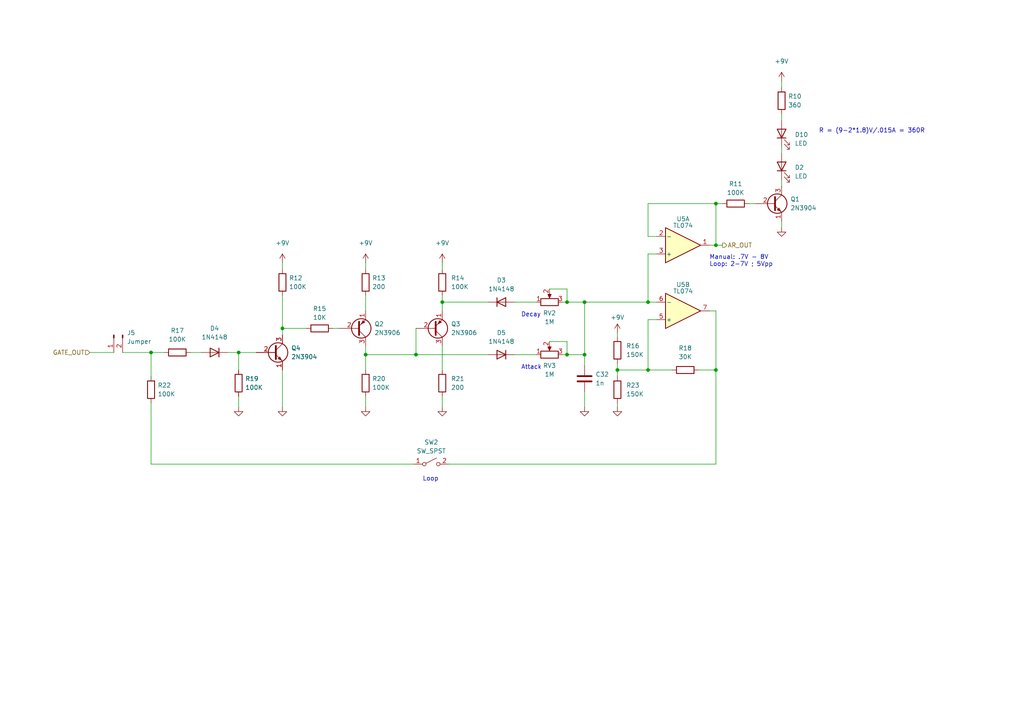
<source format=kicad_sch>
(kicad_sch (version 20211123) (generator eeschema)
  (paper "A4")
  (title_block (title "LivSynth - EG") (date "2022-07-18") (rev "${Version}") (company "SloBlo Labs"))
  (lib_symbols
    (symbol "Amplifier_Operational:TL074" (pin_names (offset 0.127))
      (property "Reference" "U" (at 0 5.08 0))
      (property "Value" "TL074" (at 0 -5.08 0))
      (symbol "TL074_1_1"
        (polyline (pts (xy -5.08 5.08) (xy 5.08 0) (xy -5.08 -5.08) (xy -5.08 5.08)) (stroke (width 0.254)) (fill (type background)))
        (pin output line (at 7.62 0 180) (length 2.54) (name "~") (number "1"))
        (pin input line (at -7.62 -2.54 0) (length 2.54) (name "-") (number "2"))
        (pin input line (at -7.62 2.54 0) (length 2.54) (name "+") (number "3"))
      )
      (symbol "TL074_2_1"
        (polyline (pts (xy -5.08 5.08) (xy 5.08 0) (xy -5.08 -5.08) (xy -5.08 5.08)) (stroke (width 0.254)) (fill (type background)))
        (pin input line (at -7.62 2.54 0) (length 2.54) (name "+") (number "5"))
        (pin input line (at -7.62 -2.54 0) (length 2.54) (name "-") (number "6"))
        (pin output line (at 7.62 0 180) (length 2.54) (name "~") (number "7"))
      )
      (symbol "TL074_3_1"
        (polyline (pts (xy -5.08 5.08) (xy 5.08 0) (xy -5.08 -5.08) (xy -5.08 5.08)) (stroke (width 0.254)) (fill (type background)))
        (pin input line (at -7.62 2.54 0) (length 2.54) (name "+") (number "10"))
        (pin output line (at 7.62 0 180) (length 2.54) (name "~") (number "8"))
        (pin input line (at -7.62 -2.54 0) (length 2.54) (name "-") (number "9"))
      )
      (symbol "TL074_4_1"
        (polyline (pts (xy -5.08 5.08) (xy 5.08 0) (xy -5.08 -5.08) (xy -5.08 5.08)) (stroke (width 0.254)) (fill (type background)))
        (pin input line (at -7.62 2.54 0) (length 2.54) (name "+") (number "12"))
        (pin input line (at -7.62 -2.54 0) (length 2.54) (name "-") (number "13"))
        (pin output line (at 7.62 0 180) (length 2.54) (name "~") (number "14"))
      )
      (symbol "TL074_5_1"
        (pin power_in line (at -2.54 -7.62 90) (length 3.81) (name "V-") (number "11"))
        (pin power_in line (at -2.54 7.62 270) (length 3.81) (name "V+") (number "4"))
      )
    )
    (symbol "Connector:Conn_01x02_Male" (pin_names (offset 1.016) hide)
      (property "Reference" "J" (at 0 2.54 0))
      (property "Value" "Conn_01x02_Male" (at 0 -5.08 0))
      (symbol "Conn_01x02_Male_1_1"
        (polyline (pts (xy 1.27 -2.54) (xy 0.8636 -2.54)) (stroke (width 0.1524)))
        (polyline (pts (xy 1.27 0) (xy 0.8636 0)) (stroke (width 0.1524)))
        (rectangle (start 0.8636 -2.413) (end 0 -2.667) (stroke (width 0.1524)) (fill (type outline)))
        (rectangle (start 0.8636 0.127) (end 0 -0.127) (stroke (width 0.1524)) (fill (type outline)))
        (pin passive line (at 5.08 0 180) (length 3.81) (name "Pin_1") (number "1"))
        (pin passive line (at 5.08 -2.54 180) (length 3.81) (name "Pin_2") (number "2"))
      )
    )
    (symbol "Device:C" (pin_numbers hide) (pin_names (offset 0.254))
      (property "Reference" "C" (at 0.635 2.54 0))
      (property "Value" "C" (at 0.635 -2.54 0))
      (symbol "C_0_1"
        (polyline (pts (xy -2.032 -0.762) (xy 2.032 -0.762)) (stroke (width 0.508)))
        (polyline (pts (xy -2.032 0.762) (xy 2.032 0.762)) (stroke (width 0.508)))
      )
      (symbol "C_1_1"
        (pin passive line (at 0 3.81 270) (length 2.794) (name "~") (number "1"))
        (pin passive line (at 0 -3.81 90) (length 2.794) (name "~") (number "2"))
      )
    )
    (symbol "Device:D" (pin_numbers hide) (pin_names (offset 1.016) hide)
      (property "Reference" "D" (at 0 2.54 0))
      (property "Value" "D" (at 0 -2.54 0))
      (symbol "D_0_1"
        (polyline (pts (xy -1.27 1.27) (xy -1.27 -1.27)) (stroke (width 0.254)))
        (polyline (pts (xy 1.27 0) (xy -1.27 0)))
        (polyline (pts (xy 1.27 1.27) (xy 1.27 -1.27) (xy -1.27 0) (xy 1.27 1.27)) (stroke (width 0.254)))
      )
      (symbol "D_1_1"
        (pin passive line (at -3.81 0 0) (length 2.54) (name "K") (number "1"))
        (pin passive line (at 3.81 0 180) (length 2.54) (name "A") (number "2"))
      )
    )
    (symbol "Device:LED" (pin_numbers hide) (pin_names (offset 1.016) hide)
      (property "Reference" "D" (at 0 2.54 0))
      (property "Value" "LED" (at 0 -2.54 0))
      (symbol "LED_0_1"
        (polyline (pts (xy -1.27 -1.27) (xy -1.27 1.27)) (stroke (width 0.254)))
        (polyline (pts (xy -1.27 0) (xy 1.27 0)))
        (polyline (pts (xy 1.27 -1.27) (xy 1.27 1.27) (xy -1.27 0) (xy 1.27 -1.27)) (stroke (width 0.254)))
        (polyline (pts (xy -3.048 -0.762) (xy -4.572 -2.286) (xy -3.81 -2.286) (xy -4.572 -2.286) (xy -4.572 -1.524)))
        (polyline (pts (xy -1.778 -0.762) (xy -3.302 -2.286) (xy -2.54 -2.286) (xy -3.302 -2.286) (xy -3.302 -1.524)))
      )
      (symbol "LED_1_1"
        (pin passive line (at -3.81 0 0) (length 2.54) (name "K") (number "1"))
        (pin passive line (at 3.81 0 180) (length 2.54) (name "A") (number "2"))
      )
    )
    (symbol "Device:R" (pin_numbers hide) (pin_names (offset 0))
      (property "Reference" "R" (at 2.032 0 90))
      (property "Value" "R" (at 0 0 90))
      (symbol "R_0_1"
        (rectangle (start -1.016 -2.54) (end 1.016 2.54) (stroke (width 0.254)))
      )
      (symbol "R_1_1"
        (pin passive line (at 0 3.81 270) (length 1.27) (name "~") (number "1"))
        (pin passive line (at 0 -3.81 90) (length 1.27) (name "~") (number "2"))
      )
    )
    (symbol "Device:R_Potentiometer" (pin_names (offset 1.016) hide)
      (property "Reference" "RV" (at -4.445 0 90))
      (property "Value" "R_Potentiometer" (at -2.54 0 90))
      (symbol "R_Potentiometer_0_1"
        (polyline (pts (xy 2.54 0) (xy 1.524 0)))
        (polyline (pts (xy 1.143 0) (xy 2.286 0.508) (xy 2.286 -0.508) (xy 1.143 0)) (fill (type outline)))
        (rectangle (start 1.016 2.54) (end -1.016 -2.54) (stroke (width 0.254)))
      )
      (symbol "R_Potentiometer_1_1"
        (pin passive line (at 0 3.81 270) (length 1.27) (name "1") (number "1"))
        (pin passive line (at 3.81 0 180) (length 1.27) (name "2") (number "2"))
        (pin passive line (at 0 -3.81 90) (length 1.27) (name "3") (number "3"))
      )
    )
    (symbol "Switch:SW_SPST" (pin_names (offset 0) hide)
      (property "Reference" "SW" (at 0 3.175 0))
      (property "Value" "SW_SPST" (at 0 -2.54 0))
      (symbol "SW_SPST_0_0"
        (circle (center -2.032 0) (radius 0.508))
        (polyline (pts (xy -1.524 0.254) (xy 1.524 1.778)))
        (circle (center 2.032 0) (radius 0.508))
      )
      (symbol "SW_SPST_1_1"
        (pin passive line (at -5.08 0 0) (length 2.54) (name "A") (number "1"))
        (pin passive line (at 5.08 0 180) (length 2.54) (name "B") (number "2"))
      )
    )
    (symbol "Transistor_BJT:2N3904" (pin_names (offset 0) hide)
      (property "Reference" "Q" (at 5.08 1.905 0))
      (property "Value" "2N3904" (at 5.08 0 0))
      (symbol "2N3904_0_1"
        (polyline (pts (xy 0.635 0.635) (xy 2.54 2.54)))
        (polyline (pts (xy 0.635 -0.635) (xy 2.54 -2.54) (xy 2.54 -2.54)))
        (polyline (pts (xy 0.635 1.905) (xy 0.635 -1.905) (xy 0.635 -1.905)) (stroke (width 0.508)))
        (polyline (pts (xy 1.27 -1.778) (xy 1.778 -1.27) (xy 2.286 -2.286) (xy 1.27 -1.778) (xy 1.27 -1.778)) (fill (type outline)))
        (circle (center 1.27 0) (radius 2.8194) (stroke (width 0.254)))
      )
      (symbol "2N3904_1_1"
        (pin passive line (at 2.54 -5.08 90) (length 2.54) (name "E") (number "1"))
        (pin passive line (at -5.08 0 0) (length 5.715) (name "B") (number "2"))
        (pin passive line (at 2.54 5.08 270) (length 2.54) (name "C") (number "3"))
      )
    )
    (symbol "Transistor_BJT:2N3906" (pin_names (offset 0) hide)
      (property "Reference" "Q" (at 5.08 1.905 0))
      (property "Value" "2N3906" (at 5.08 0 0))
      (symbol "2N3906_0_1"
        (polyline (pts (xy 0.635 0.635) (xy 2.54 2.54)))
        (polyline (pts (xy 0.635 -0.635) (xy 2.54 -2.54) (xy 2.54 -2.54)))
        (polyline (pts (xy 0.635 1.905) (xy 0.635 -1.905) (xy 0.635 -1.905)) (stroke (width 0.508)))
        (polyline (pts (xy 2.286 -1.778) (xy 1.778 -2.286) (xy 1.27 -1.27) (xy 2.286 -1.778) (xy 2.286 -1.778)) (fill (type outline)))
        (circle (center 1.27 0) (radius 2.8194) (stroke (width 0.254)))
      )
      (symbol "2N3906_1_1"
        (pin passive line (at 2.54 -5.08 90) (length 2.54) (name "E") (number "1"))
        (pin input line (at -5.08 0 0) (length 5.715) (name "B") (number "2"))
        (pin passive line (at 2.54 5.08 270) (length 2.54) (name "C") (number "3"))
      )
    )
    (symbol "power:+9V" (power) (pin_names (offset 0))
      (property "Value" "+9V" (at 0 3.556 0))
      (symbol "+9V_0_1"
        (polyline (pts (xy -0.762 1.27) (xy 0 2.54)))
        (polyline (pts (xy 0 0) (xy 0 2.54)))
        (polyline (pts (xy 0 2.54) (xy 0.762 1.27)))
      )
      (symbol "+9V_1_1"
        (pin power_in line (at 0 0 90) (length 0) hide (name "+9V") (number "1"))
      )
    )
    (symbol "power:GND" (power) (pin_names (offset 0))
      (property "Value" "GND" (at 0 -3.81 0))
      (symbol "GND_0_1"
        (polyline (pts (xy 0 0) (xy 0 -1.27) (xy 1.27 -1.27) (xy 0 -2.54) (xy -1.27 -1.27) (xy 0 -1.27)))
      )
      (symbol "GND_1_1"
        (pin power_in line (at 0 0 270) (length 0) hide (name "GND") (number "1"))
      )
    )
  )
  (junction (at 164.465 87.63))
  (junction (at 207.645 59.055))
  (junction (at 69.215 102.235))
  (junction (at 187.96 107.315))
  (junction (at 179.07 107.315))
  (junction (at 169.545 87.63))
  (junction (at 207.645 71.12))
  (junction (at 106.045 102.87))
  (junction (at 169.545 102.87))
  (junction (at 187.96 87.63))
  (junction (at 164.465 102.87))
  (junction (at 128.27 87.63))
  (junction (at 207.645 107.315))
  (junction (at 43.815 102.235))
  (junction (at 120.65 102.87))
  (junction (at 81.915 95.25))
  (wire (pts (xy 43.815 116.84) (xy 43.815 134.62)))
  (wire (pts (xy 164.465 99.06) (xy 159.385 99.06)))
  (wire (pts (xy 128.27 114.935) (xy 128.27 118.11)))
  (wire (pts (xy 164.465 87.63) (xy 169.545 87.63)))
  (wire (pts (xy 81.915 107.315) (xy 81.915 118.11)))
  (wire (pts (xy 164.465 83.82) (xy 159.385 83.82)))
  (wire (pts (xy 106.045 76.2) (xy 106.045 78.105)))
  (wire (pts (xy 106.045 85.725) (xy 106.045 90.17)))
  (wire (pts (xy 26.035 102.235) (xy 33.02 102.235)))
  (wire (pts (xy 207.645 107.315) (xy 207.645 134.62)))
  (wire (pts (xy 128.27 85.725) (xy 128.27 87.63)))
  (wire (pts (xy 120.65 95.25) (xy 120.65 102.87)))
  (wire (pts (xy 190.5 92.71) (xy 187.96 92.71)))
  (wire (pts (xy 187.96 92.71) (xy 187.96 107.315)))
  (wire (pts (xy 141.605 87.63) (xy 128.27 87.63)))
  (wire (pts (xy 187.96 59.055) (xy 207.645 59.055)))
  (wire (pts (xy 169.545 87.63) (xy 187.96 87.63)))
  (wire (pts (xy 81.915 95.25) (xy 81.915 97.155)))
  (wire (pts (xy 55.245 102.235) (xy 58.42 102.235)))
  (wire (pts (xy 96.52 95.25) (xy 98.425 95.25)))
  (wire (pts (xy 207.645 71.12) (xy 205.74 71.12)))
  (wire (pts (xy 128.27 76.2) (xy 128.27 78.105)))
  (wire (pts (xy 187.96 107.315) (xy 194.945 107.315)))
  (wire (pts (xy 164.465 102.87) (xy 164.465 99.06)))
  (wire (pts (xy 164.465 102.87) (xy 169.545 102.87)))
  (wire (pts (xy 169.545 113.665) (xy 169.545 118.11)))
  (wire (pts (xy 120.65 102.87) (xy 141.605 102.87)))
  (wire (pts (xy 207.645 90.17) (xy 207.645 107.315)))
  (wire (pts (xy 217.17 59.055) (xy 219.075 59.055)))
  (wire (pts (xy 179.07 116.84) (xy 179.07 118.11)))
  (wire (pts (xy 226.695 23.495) (xy 226.695 25.4)))
  (wire (pts (xy 43.815 134.62) (xy 120.015 134.62)))
  (wire (pts (xy 169.545 102.87) (xy 169.545 106.045)))
  (wire (pts (xy 35.56 102.235) (xy 43.815 102.235)))
  (wire (pts (xy 187.96 87.63) (xy 190.5 87.63)))
  (wire (pts (xy 207.645 90.17) (xy 205.74 90.17)))
  (wire (pts (xy 149.225 102.87) (xy 155.575 102.87)))
  (wire (pts (xy 81.915 95.25) (xy 88.9 95.25)))
  (wire (pts (xy 187.96 68.58) (xy 187.96 59.055)))
  (wire (pts (xy 128.27 100.33) (xy 128.27 107.315)))
  (wire (pts (xy 226.695 33.02) (xy 226.695 34.925)))
  (wire (pts (xy 163.195 87.63) (xy 164.465 87.63)))
  (wire (pts (xy 207.645 71.12) (xy 209.55 71.12)))
  (wire (pts (xy 106.045 114.935) (xy 106.045 118.11)))
  (wire (pts (xy 226.695 52.07) (xy 226.695 53.975)))
  (wire (pts (xy 163.195 102.87) (xy 164.465 102.87)))
  (wire (pts (xy 69.215 102.235) (xy 74.295 102.235)))
  (wire (pts (xy 69.215 114.935) (xy 69.215 118.11)))
  (wire (pts (xy 202.565 107.315) (xy 207.645 107.315)))
  (wire (pts (xy 187.96 73.66) (xy 187.96 87.63)))
  (wire (pts (xy 120.65 102.87) (xy 106.045 102.87)))
  (wire (pts (xy 226.695 64.135) (xy 226.695 66.04)))
  (wire (pts (xy 149.225 87.63) (xy 155.575 87.63)))
  (wire (pts (xy 69.215 102.235) (xy 69.215 107.315)))
  (wire (pts (xy 43.815 102.235) (xy 47.625 102.235)))
  (wire (pts (xy 66.04 102.235) (xy 69.215 102.235)))
  (wire (pts (xy 179.07 107.315) (xy 187.96 107.315)))
  (wire (pts (xy 179.07 105.41) (xy 179.07 107.315)))
  (wire (pts (xy 106.045 100.33) (xy 106.045 102.87)))
  (wire (pts (xy 164.465 87.63) (xy 164.465 83.82)))
  (wire (pts (xy 179.07 96.52) (xy 179.07 97.79)))
  (wire (pts (xy 190.5 73.66) (xy 187.96 73.66)))
  (wire (pts (xy 207.645 59.055) (xy 209.55 59.055)))
  (wire (pts (xy 169.545 87.63) (xy 169.545 102.87)))
  (wire (pts (xy 187.96 68.58) (xy 190.5 68.58)))
  (wire (pts (xy 207.645 59.055) (xy 207.645 71.12)))
  (wire (pts (xy 81.915 85.725) (xy 81.915 95.25)))
  (wire (pts (xy 226.695 42.545) (xy 226.695 44.45)))
  (wire (pts (xy 130.175 134.62) (xy 207.645 134.62)))
  (wire (pts (xy 106.045 102.87) (xy 106.045 107.315)))
  (wire (pts (xy 128.27 87.63) (xy 128.27 90.17)))
  (wire (pts (xy 81.915 76.2) (xy 81.915 78.105)))
  (wire (pts (xy 43.815 102.235) (xy 43.815 109.22)))
  (wire (pts (xy 179.07 107.315) (xy 179.07 109.22)))
  (text "R = (9-2*1.8)V/.015A = 360R" (at 237.49 38.735 0) (effects (font (size 1.27 1.27)) (justify left bottom)))
  (text "Attack" (at 151.13 107.315 0) (effects (font (size 1.27 1.27)) (justify left bottom)))
  (text "Decay" (at 151.13 92.075 0) (effects (font (size 1.27 1.27)) (justify left bottom)))
  (text "Loop" (at 122.555 139.7 0) (effects (font (size 1.27 1.27)) (justify left bottom)))
  (text "Manual: .7V - 8V\nLoop: 2-7V ; 5Vpp" (at 205.74 77.47 0) (effects (font (size 1.27 1.27)) (justify left bottom)))
  (hierarchical_label "GATE_OUT" (shape input) (at 26.035 102.235 180))
  (hierarchical_label "AR_OUT" (shape output) (at 209.55 71.12 0))
  (symbol (lib_id "Device:D") (at 145.415 87.63 0) (unit 1)
    (property "Reference" "D3" (at 145.415 81.28 0))
    (property "Value" "1N4148" (at 145.415 83.82 0))
    (property "Footprint" "Diode_THT:D_DO-35_SOD27_P7.62mm_Horizontal" (effects hide))
  )
  (symbol (lib_id "Transistor_BJT:2N3906") (at 103.505 95.25 0) (mirror x) (unit 1)
    (property "Reference" "Q2" (at 108.585 93.9799 0) (effects (justify left)))
    (property "Value" "2N3906" (at 108.585 96.5199 0) (effects (justify left)))
    (property "Footprint" "Package_TO_SOT_THT:TO-92_Inline" (effects hide))
    (property "Datasheet" "https://www.onsemi.com/pub/Collateral/2N3906-D.PDF" (effects hide))
  )
  (symbol (lib_id "power:+9V") (at 81.915 76.2 0) (unit 1)
    (property "Reference" "#PWR034" (effects hide))
    (property "Value" "+9V" (at 81.915 70.485 0))
  )
  (symbol (lib_id "power:GND") (at 128.27 118.11 0) (unit 1)
    (property "Reference" "#PWR041" (effects hide))
    (property "Value" "GND" (effects hide))
  )
  (symbol (lib_id "Amplifier_Operational:TL074") (at 198.12 90.17 0) (mirror x) (unit 2)
    (property "Reference" "U5" (at 198.12 82.55 0))
    (property "Value" "TL074" (at 198.12 84.455 0))
    (property "Footprint" "Package_SO:SOIC-14_3.9x8.7mm_P1.27mm" (effects hide))
    (property "Datasheet" "http://www.ti.com/lit/ds/symlink/tl071.pdf" (effects hide))
  )
  (symbol (lib_id "Transistor_BJT:2N3906") (at 125.73 95.25 0) (mirror x) (unit 1)
    (property "Reference" "Q3" (at 130.81 93.9799 0) (effects (justify left)))
    (property "Value" "2N3906" (at 130.81 96.5199 0) (effects (justify left)))
    (property "Footprint" "Package_TO_SOT_THT:TO-92_Inline" (effects hide))
    (property "Datasheet" "https://www.onsemi.com/pub/Collateral/2N3906-D.PDF" (effects hide))
  )
  (symbol (lib_id "Device:R") (at 81.915 81.915 0) (unit 1)
    (property "Reference" "R12" (at 83.82 80.6449 0) (effects (justify left)))
    (property "Value" "100K" (at 83.82 83.1849 0) (effects (justify left)))
    (property "Footprint" "Resistor_THT:R_Axial_DIN0207_L6.3mm_D2.5mm_P7.62mm_Horizontal" (effects hide))
  )
  (symbol (lib_id "Transistor_BJT:2N3904") (at 224.155 59.055 0) (unit 1)
    (property "Reference" "Q1" (at 229.235 57.7849 0) (effects (justify left)))
    (property "Value" "2N3904" (at 229.235 60.3249 0) (effects (justify left)))
    (property "Footprint" "Package_TO_SOT_THT:TO-92_Inline" (effects hide))
    (property "Datasheet" "https://www.onsemi.com/pub/Collateral/2N3903-D.PDF" (effects hide))
  )
  (symbol (lib_id "Device:R") (at 128.27 81.915 0) (unit 1)
    (property "Reference" "R14" (at 130.81 80.6449 0) (effects (justify left)))
    (property "Value" "100K" (at 130.81 83.1849 0) (effects (justify left)))
    (property "Footprint" "Resistor_THT:R_Axial_DIN0207_L6.3mm_D2.5mm_P7.62mm_Horizontal" (effects hide))
  )
  (symbol (lib_id "Device:D") (at 145.415 102.87 180) (unit 1)
    (property "Reference" "D5" (at 145.415 96.52 0))
    (property "Value" "1N4148" (at 145.415 99.06 0))
    (property "Footprint" "Diode_THT:D_DO-35_SOD27_P7.62mm_Horizontal" (effects hide))
  )
  (symbol (lib_id "Device:R") (at 106.045 81.915 0) (unit 1)
    (property "Reference" "R13" (at 107.95 80.6449 0) (effects (justify left)))
    (property "Value" "200" (at 107.95 83.1849 0) (effects (justify left)))
    (property "Footprint" "Resistor_THT:R_Axial_DIN0207_L6.3mm_D2.5mm_P7.62mm_Horizontal" (effects hide))
  )
  (symbol (lib_id "Device:R") (at 213.36 59.055 270) (unit 1)
    (property "Reference" "R11" (at 213.36 53.34 90))
    (property "Value" "100K" (at 213.36 55.88 90))
    (property "Footprint" "Resistor_THT:R_Axial_DIN0207_L6.3mm_D2.5mm_P7.62mm_Horizontal" (effects hide))
  )
  (symbol (lib_id "power:GND") (at 169.545 118.11 0) (unit 1)
    (property "Reference" "#PWR042" (effects hide))
    (property "Value" "GND" (effects hide))
  )
  (symbol (lib_id "Device:R") (at 198.755 107.315 90) (unit 1)
    (property "Reference" "R18" (at 198.755 100.965 90))
    (property "Value" "30K" (at 198.755 103.505 90))
    (property "Footprint" "Resistor_THT:R_Axial_DIN0207_L6.3mm_D2.5mm_P7.62mm_Horizontal" (effects hide))
  )
  (symbol (lib_id "power:GND") (at 179.07 118.11 0) (unit 1)
    (property "Reference" "#PWR043" (effects hide))
    (property "Value" "GND" (effects hide))
  )
  (symbol (lib_id "power:+9V") (at 128.27 76.2 0) (unit 1)
    (property "Reference" "#PWR036" (effects hide))
    (property "Value" "+9V" (at 128.27 70.485 0))
  )
  (symbol (lib_id "Transistor_BJT:2N3904") (at 79.375 102.235 0) (unit 1)
    (property "Reference" "Q4" (at 84.455 100.9649 0) (effects (justify left)))
    (property "Value" "2N3904" (at 84.455 103.5049 0) (effects (justify left)))
    (property "Footprint" "Package_TO_SOT_THT:TO-92_Inline" (effects hide))
    (property "Datasheet" "https://www.onsemi.com/pub/Collateral/2N3903-D.PDF" (effects hide))
  )
  (symbol (lib_id "Device:R") (at 69.215 111.125 0) (unit 1)
    (property "Reference" "R19" (at 71.12 109.8549 0) (effects (justify left)))
    (property "Value" "100K" (at 71.12 112.3949 0) (effects (justify left)))
    (property "Footprint" "Resistor_THT:R_Axial_DIN0207_L6.3mm_D2.5mm_P7.62mm_Horizontal" (effects hide))
  )
  (symbol (lib_id "Device:D") (at 62.23 102.235 180) (unit 1)
    (property "Reference" "D4" (at 62.23 95.25 0))
    (property "Value" "1N4148" (at 62.23 97.79 0))
    (property "Footprint" "Diode_THT:D_DO-35_SOD27_P7.62mm_Horizontal" (effects hide))
  )
  (symbol (lib_id "Amplifier_Operational:TL074") (at 198.12 71.12 0) (mirror x) (unit 1)
    (property "Reference" "U5" (at 198.12 63.5 0))
    (property "Value" "TL074" (at 198.12 65.405 0))
    (property "Footprint" "Package_SO:SOIC-14_3.9x8.7mm_P1.27mm" (effects hide))
    (property "Datasheet" "http://www.ti.com/lit/ds/symlink/tl071.pdf" (effects hide))
  )
  (symbol (lib_id "Device:R_Potentiometer") (at 159.385 87.63 90) (unit 1)
    (property "Reference" "RV2" (at 159.385 90.805 90))
    (property "Value" "1M" (at 159.385 93.345 90))
    (property "Footprint" "SloBlo:RV141F-40-20BL" (effects hide))
  )
  (symbol (lib_id "Device:R") (at 106.045 111.125 0) (unit 1)
    (property "Reference" "R20" (at 107.95 109.8549 0) (effects (justify left)))
    (property "Value" "100K" (at 107.95 112.3949 0) (effects (justify left)))
    (property "Footprint" "Resistor_THT:R_Axial_DIN0207_L6.3mm_D2.5mm_P7.62mm_Horizontal" (effects hide))
  )
  (symbol (lib_id "Device:R") (at 179.07 101.6 0) (unit 1)
    (property "Reference" "R16" (at 181.61 100.3299 0) (effects (justify left)))
    (property "Value" "150K" (at 181.61 102.8699 0) (effects (justify left)))
    (property "Footprint" "Resistor_THT:R_Axial_DIN0207_L6.3mm_D2.5mm_P7.62mm_Horizontal" (effects hide))
  )
  (symbol (lib_id "power:+9V") (at 106.045 76.2 0) (unit 1)
    (property "Reference" "#PWR035" (effects hide))
    (property "Value" "+9V" (at 106.045 70.485 0))
  )
  (symbol (lib_id "power:GND") (at 106.045 118.11 0) (unit 1)
    (property "Reference" "#PWR040" (effects hide))
    (property "Value" "GND" (effects hide))
  )
  (symbol (lib_id "Device:LED") (at 226.695 38.735 90) (unit 1)
    (property "Reference" "D10" (at 230.505 39.0524 90) (effects (justify right)))
    (property "Value" "LED" (at 230.505 41.5924 90) (effects (justify right)))
    (property "Footprint" "LED_THT:LED_D5.0mm" (effects hide))
  )
  (symbol (lib_id "power:GND") (at 81.915 118.11 0) (unit 1)
    (property "Reference" "#PWR039" (effects hide))
    (property "Value" "GND" (effects hide))
  )
  (symbol (lib_id "power:+9V") (at 226.695 23.495 0) (unit 1)
    (property "Reference" "#PWR032" (effects hide))
    (property "Value" "+9V" (at 226.695 17.78 0))
  )
  (symbol (lib_id "Device:R") (at 92.71 95.25 90) (unit 1)
    (property "Reference" "R15" (at 92.71 89.535 90))
    (property "Value" "10K" (at 92.71 92.075 90))
    (property "Footprint" "Resistor_THT:R_Axial_DIN0207_L6.3mm_D2.5mm_P7.62mm_Horizontal" (effects hide))
  )
  (symbol (lib_id "Device:R") (at 43.815 113.03 0) (unit 1)
    (property "Reference" "R22" (at 45.72 111.7599 0) (effects (justify left)))
    (property "Value" "100K" (at 45.72 114.2999 0) (effects (justify left)))
    (property "Footprint" "Resistor_THT:R_Axial_DIN0207_L6.3mm_D2.5mm_P7.62mm_Horizontal" (effects hide))
  )
  (symbol (lib_id "power:+9V") (at 179.07 96.52 0) (unit 1)
    (property "Reference" "#PWR037" (effects hide))
    (property "Value" "+9V" (at 179.07 92.075 0))
  )
  (symbol (lib_id "Device:C") (at 169.545 109.855 0) (unit 1)
    (property "Reference" "C32" (at 172.72 108.5849 0) (effects (justify left)))
    (property "Value" "1n" (at 172.72 111.1249 0) (effects (justify left)))
    (property "Footprint" "Capacitor_THT:C_Disc_D3.0mm_W1.6mm_P2.50mm" (effects hide))
  )
  (symbol (lib_id "power:GND") (at 69.215 118.11 0) (unit 1)
    (property "Reference" "#PWR038" (effects hide))
    (property "Value" "GND" (effects hide))
  )
  (symbol (lib_id "Connector:Conn_01x02_Male") (at 33.02 97.155 90) (mirror x) (unit 1)
    (property "Reference" "J5" (at 36.83 96.5199 90) (effects (justify right)))
    (property "Value" "Jumper" (at 36.83 99.0599 90) (effects (justify right)))
    (property "Footprint" "Connector_PinHeader_2.54mm:PinHeader_1x02_P2.54mm_Vertical" (effects hide))
  )
  (symbol (lib_id "Device:R") (at 51.435 102.235 90) (unit 1)
    (property "Reference" "R17" (at 51.435 95.885 90))
    (property "Value" "100K" (at 51.435 98.425 90))
    (property "Footprint" "Resistor_THT:R_Axial_DIN0207_L6.3mm_D2.5mm_P7.62mm_Horizontal" (effects hide))
  )
  (symbol (lib_id "Device:R") (at 179.07 113.03 0) (unit 1)
    (property "Reference" "R23" (at 181.61 111.7599 0) (effects (justify left)))
    (property "Value" "150K" (at 181.61 114.2999 0) (effects (justify left)))
    (property "Footprint" "Resistor_THT:R_Axial_DIN0207_L6.3mm_D2.5mm_P7.62mm_Horizontal" (effects hide))
  )
  (symbol (lib_id "power:GND") (at 226.695 66.04 0) (unit 1)
    (property "Reference" "#PWR033" (effects hide))
    (property "Value" "GND" (effects hide))
  )
  (symbol (lib_id "Device:R_Potentiometer") (at 159.385 102.87 90) (unit 1)
    (property "Reference" "RV3" (at 159.385 106.045 90))
    (property "Value" "1M" (at 159.385 108.585 90))
    (property "Footprint" "SloBlo:RV141F-40-20BL" (effects hide))
  )
  (symbol (lib_id "Switch:SW_SPST") (at 125.095 134.62 0) (unit 1)
    (property "Reference" "SW2" (at 125.095 128.27 0))
    (property "Value" "SW_SPST" (at 125.095 130.81 0))
    (property "Footprint" "SloBlo:SW_Toggle_MS500C" (effects hide))
  )
  (symbol (lib_id "Device:R") (at 128.27 111.125 0) (unit 1)
    (property "Reference" "R21" (at 130.81 109.8549 0) (effects (justify left)))
    (property "Value" "200" (at 130.81 112.3949 0) (effects (justify left)))
    (property "Footprint" "Resistor_THT:R_Axial_DIN0207_L6.3mm_D2.5mm_P7.62mm_Horizontal" (effects hide))
  )
  (symbol (lib_id "Device:LED") (at 226.695 48.26 90) (unit 1)
    (property "Reference" "D2" (at 230.505 48.5774 90) (effects (justify right)))
    (property "Value" "LED" (at 230.505 51.1174 90) (effects (justify right)))
    (property "Footprint" "LED_THT:LED_D5.0mm" (effects hide))
  )
  (symbol (lib_id "Device:R") (at 226.695 29.21 0) (unit 1)
    (property "Reference" "R10" (at 228.6 27.9399 0) (effects (justify left)))
    (property "Value" "360" (at 228.6 30.4799 0) (effects (justify left)))
    (property "Footprint" "Resistor_THT:R_Axial_DIN0207_L6.3mm_D2.5mm_P7.62mm_Horizontal" (effects hide))
  )
)
</source>
